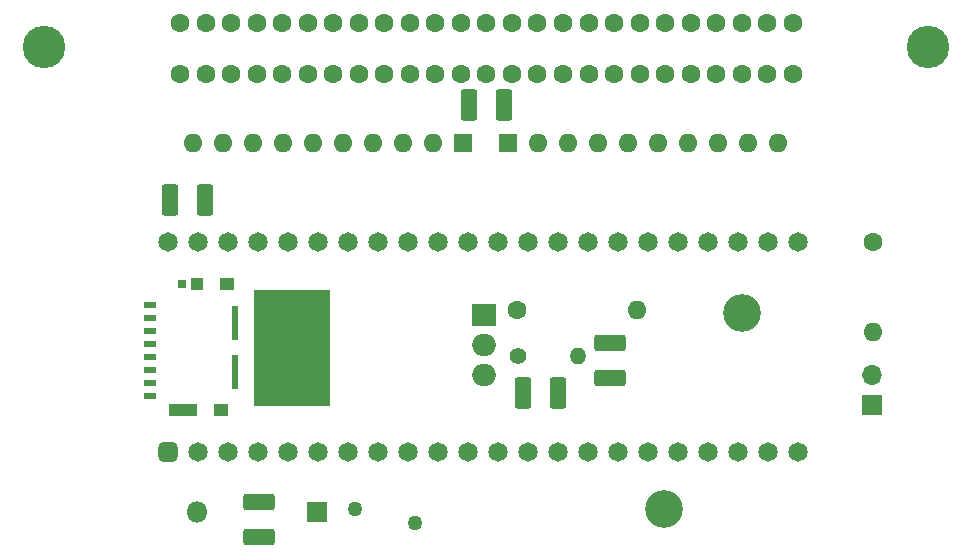
<source format=gbr>
%TF.GenerationSoftware,KiCad,Pcbnew,(6.0.2)*%
%TF.CreationDate,2022-04-05T12:16:13-06:00*%
%TF.ProjectId,Centronics50_F4Lite_THTV1,43656e74-726f-46e6-9963-7335305f4634,rev?*%
%TF.SameCoordinates,Original*%
%TF.FileFunction,Soldermask,Bot*%
%TF.FilePolarity,Negative*%
%FSLAX46Y46*%
G04 Gerber Fmt 4.6, Leading zero omitted, Abs format (unit mm)*
G04 Created by KiCad (PCBNEW (6.0.2)) date 2022-04-05 12:16:13*
%MOMM*%
%LPD*%
G01*
G04 APERTURE LIST*
G04 Aperture macros list*
%AMRoundRect*
0 Rectangle with rounded corners*
0 $1 Rounding radius*
0 $2 $3 $4 $5 $6 $7 $8 $9 X,Y pos of 4 corners*
0 Add a 4 corners polygon primitive as box body*
4,1,4,$2,$3,$4,$5,$6,$7,$8,$9,$2,$3,0*
0 Add four circle primitives for the rounded corners*
1,1,$1+$1,$2,$3*
1,1,$1+$1,$4,$5*
1,1,$1+$1,$6,$7*
1,1,$1+$1,$8,$9*
0 Add four rect primitives between the rounded corners*
20,1,$1+$1,$2,$3,$4,$5,0*
20,1,$1+$1,$4,$5,$6,$7,0*
20,1,$1+$1,$6,$7,$8,$9,0*
20,1,$1+$1,$8,$9,$2,$3,0*%
G04 Aperture macros list end*
%ADD10C,0.100000*%
%ADD11O,1.800000X1.800000*%
%ADD12R,1.800000X1.800000*%
%ADD13O,1.600000X1.600000*%
%ADD14C,1.600000*%
%ADD15O,1.700000X1.700000*%
%ADD16R,1.700000X1.700000*%
%ADD17C,3.600000*%
%ADD18RoundRect,0.250001X1.074999X-0.462499X1.074999X0.462499X-1.074999X0.462499X-1.074999X-0.462499X0*%
%ADD19C,1.270000*%
%ADD20C,1.650000*%
%ADD21RoundRect,0.412500X0.412500X-0.412500X0.412500X0.412500X-0.412500X0.412500X-0.412500X-0.412500X0*%
%ADD22RoundRect,0.250001X0.462499X1.074999X-0.462499X1.074999X-0.462499X-1.074999X0.462499X-1.074999X0*%
%ADD23O,2.000000X1.905000*%
%ADD24R,2.000000X1.905000*%
%ADD25O,3.500000X3.500000*%
%ADD26R,1.600000X1.600000*%
%ADD27O,1.400000X1.400000*%
%ADD28C,1.400000*%
%ADD29RoundRect,0.250001X-1.074999X0.462499X-1.074999X-0.462499X1.074999X-0.462499X1.074999X0.462499X0*%
%ADD30RoundRect,0.250001X-0.462499X-1.074999X0.462499X-1.074999X0.462499X1.074999X-0.462499X1.074999X0*%
%ADD31R,1.000000X0.500000*%
%ADD32R,0.780000X0.720000*%
%ADD33R,1.080000X1.050000*%
%ADD34R,1.200000X1.050000*%
%ADD35R,2.390000X1.050000*%
%ADD36R,0.550000X2.910000*%
%ADD37C,3.200000*%
G04 APERTURE END LIST*
D10*
X116497099Y-70335139D02*
X122847100Y-70335140D01*
X122847100Y-70335140D02*
X122847100Y-60619640D01*
X122847100Y-60619640D02*
X116497100Y-60619640D01*
X116497100Y-60619640D02*
X116497099Y-70335139D01*
G36*
X122847100Y-70335140D02*
G01*
X116497099Y-70335139D01*
X116497100Y-60619640D01*
X122847100Y-60619640D01*
X122847100Y-70335140D01*
G37*
X122847100Y-70335140D02*
X116497099Y-70335139D01*
X116497100Y-60619640D01*
X122847100Y-60619640D01*
X122847100Y-70335140D01*
D11*
%TO.C,D2*%
X111704120Y-79413100D03*
D12*
X121864120Y-79413100D03*
%TD*%
D13*
%TO.C,R_LED*%
X168935400Y-64165480D03*
D14*
X168935400Y-56545480D03*
%TD*%
D15*
%TO.C,J3*%
X168854120Y-67767200D03*
D16*
X168854120Y-70307200D03*
%TD*%
D17*
%TO.C,U3*%
X98782500Y-39998460D03*
X173632500Y-39998460D03*
D14*
X110287500Y-37998460D03*
X112447500Y-37998460D03*
X114607500Y-37998460D03*
X116767500Y-37998460D03*
X118927500Y-37998460D03*
X121087500Y-37998460D03*
X123247500Y-37998460D03*
X125407500Y-37998460D03*
X127567500Y-37998460D03*
X129727500Y-37998460D03*
X131887500Y-37998460D03*
X134047500Y-37998460D03*
X136207500Y-37998460D03*
X138367500Y-37998460D03*
X140527500Y-37998460D03*
X142687500Y-37998460D03*
X144847500Y-37998460D03*
X147007500Y-37998460D03*
X149167500Y-37998460D03*
X151327500Y-37998460D03*
X153487500Y-37998460D03*
X155647500Y-37998460D03*
X157807500Y-37998460D03*
X159967500Y-37998460D03*
X162127500Y-37998460D03*
X110287500Y-42288460D03*
X112447500Y-42288460D03*
X114607500Y-42288460D03*
X116767500Y-42288460D03*
X118927500Y-42288460D03*
X121087500Y-42288460D03*
X123247500Y-42288460D03*
X125407500Y-42288460D03*
X127567500Y-42288460D03*
X129727500Y-42288460D03*
X131887500Y-42288460D03*
X134047500Y-42288460D03*
X136207500Y-42288460D03*
X138367500Y-42288460D03*
X140527500Y-42288460D03*
X142687500Y-42288460D03*
X144847500Y-42288460D03*
X147007500Y-42288460D03*
X149167500Y-42288460D03*
X151327500Y-42288460D03*
X153487500Y-42288460D03*
X155647500Y-42288460D03*
X157807500Y-42288460D03*
X159967500Y-42288460D03*
X162127500Y-42288460D03*
%TD*%
D18*
%TO.C,C5*%
X116931440Y-78569160D03*
X116931440Y-81544160D03*
%TD*%
D19*
%TO.C,F1*%
X130131820Y-80327500D03*
X125051820Y-79184500D03*
%TD*%
D20*
%TO.C,U2*%
X109216095Y-56513742D03*
X111756095Y-56513742D03*
X114296095Y-56513742D03*
X116836095Y-56513742D03*
X119376095Y-56513742D03*
X121916095Y-56513742D03*
X124456095Y-56513742D03*
X126996095Y-56513742D03*
X129536095Y-56513742D03*
X132076095Y-56513742D03*
X134616095Y-56513742D03*
X137156095Y-56513742D03*
X139696095Y-56513742D03*
X142236095Y-56513742D03*
X144776095Y-56513742D03*
X147316095Y-56513742D03*
X149856095Y-56513742D03*
X152396095Y-56513742D03*
X154936095Y-56513742D03*
X157476095Y-56513742D03*
X160016095Y-56513742D03*
X162556095Y-56513742D03*
X162556095Y-74293742D03*
X160016095Y-74293742D03*
X157476095Y-74293742D03*
X154936095Y-74293742D03*
X152396095Y-74293742D03*
X149856095Y-74293742D03*
X147316095Y-74293742D03*
X144776095Y-74293742D03*
X142236095Y-74293742D03*
X139696095Y-74293742D03*
X137156095Y-74293742D03*
X134616095Y-74293742D03*
X132076095Y-74293742D03*
X129536095Y-74293742D03*
X126996095Y-74293742D03*
X124456095Y-74293742D03*
X121916095Y-74293742D03*
X119376095Y-74293742D03*
X116836095Y-74293742D03*
X114296095Y-74293742D03*
X111756095Y-74293742D03*
D21*
X109216095Y-74293742D03*
%TD*%
D22*
%TO.C,C4*%
X109389520Y-52971700D03*
X112364520Y-52971700D03*
%TD*%
D23*
%TO.C,U1*%
X136028334Y-67778644D03*
X136028334Y-65238644D03*
D24*
X136028334Y-62698644D03*
D25*
X119368334Y-65238644D03*
%TD*%
D13*
%TO.C,RN2*%
X160921700Y-48204120D03*
X158381700Y-48204120D03*
X155841700Y-48204120D03*
X153301700Y-48204120D03*
X150761700Y-48204120D03*
X148221700Y-48204120D03*
X145681700Y-48204120D03*
X143141700Y-48204120D03*
X140601700Y-48204120D03*
D26*
X138061700Y-48204120D03*
%TD*%
D13*
%TO.C,RN1*%
X111391700Y-48204120D03*
X113931700Y-48204120D03*
X116471700Y-48204120D03*
X119011700Y-48204120D03*
X121551700Y-48204120D03*
X124091700Y-48204120D03*
X126631700Y-48204120D03*
X129171700Y-48204120D03*
X131711700Y-48204120D03*
D26*
X134251700Y-48204120D03*
%TD*%
D27*
%TO.C,R2*%
X143965834Y-66191144D03*
D28*
X138885834Y-66191144D03*
%TD*%
D13*
%TO.C,R1*%
X148918834Y-62317642D03*
D14*
X138758834Y-62317642D03*
%TD*%
D29*
%TO.C,C1*%
X146696334Y-68096142D03*
X146696334Y-65121142D03*
%TD*%
D30*
%TO.C,C3*%
X137708640Y-44937680D03*
X134733640Y-44937680D03*
%TD*%
%TO.C,C2*%
X142305335Y-69302643D03*
X139330335Y-69302643D03*
%TD*%
D31*
%TO.C,J5*%
X107708573Y-61893602D03*
X107708573Y-62993602D03*
X107708573Y-64093602D03*
X107708573Y-65193602D03*
X107708573Y-66293602D03*
X107708573Y-67393602D03*
X107708573Y-68493602D03*
X107708573Y-69593602D03*
D32*
X110388573Y-60133602D03*
D33*
X111658573Y-60133602D03*
D34*
X114268573Y-60123602D03*
X113698573Y-70768602D03*
D35*
X110513573Y-70768602D03*
D36*
X114943573Y-67588602D03*
X114943573Y-63398602D03*
%TD*%
D37*
%TO.C,REF\u002A\u002A*%
X157802580Y-62514480D03*
%TD*%
%TO.C,REF\u002A\u002A*%
X151221440Y-79131160D03*
%TD*%
M02*

</source>
